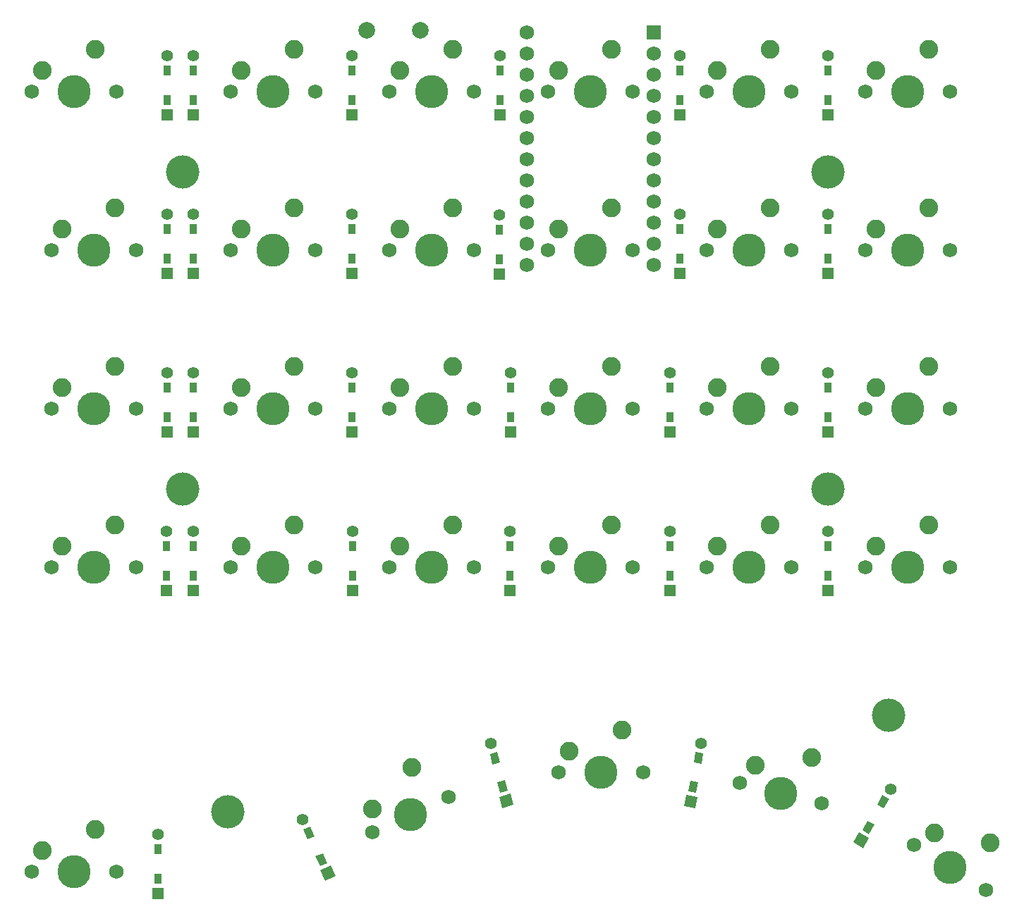
<source format=gbs>
%TF.GenerationSoftware,KiCad,Pcbnew,5.1.10-88a1d61d58~90~ubuntu20.04.1*%
%TF.CreationDate,2021-08-25T16:01:02+02:00*%
%TF.ProjectId,knuckle-pad,6b6e7563-6b6c-4652-9d70-61642e6b6963,rev?*%
%TF.SameCoordinates,Original*%
%TF.FileFunction,Soldermask,Bot*%
%TF.FilePolarity,Negative*%
%FSLAX46Y46*%
G04 Gerber Fmt 4.6, Leading zero omitted, Abs format (unit mm)*
G04 Created by KiCad (PCBNEW 5.1.10-88a1d61d58~90~ubuntu20.04.1) date 2021-08-25 16:01:02*
%MOMM*%
%LPD*%
G01*
G04 APERTURE LIST*
%ADD10C,2.250000*%
%ADD11C,3.987800*%
%ADD12C,1.750000*%
%ADD13C,4.000000*%
%ADD14C,1.752600*%
%ADD15R,1.752600X1.752600*%
%ADD16C,2.000000*%
%ADD17C,0.100000*%
%ADD18C,1.397000*%
%ADD19R,0.950000X1.300000*%
%ADD20R,1.397000X1.397000*%
G04 APERTURE END LIST*
D10*
%TO.C,SW29*%
X200934032Y-133689911D03*
D11*
X196088000Y-136652000D03*
D10*
X194202932Y-132478965D03*
D12*
X191779916Y-133960010D03*
X200396084Y-139343990D03*
%TD*%
D10*
%TO.C,SW28*%
X193548000Y-95504000D03*
D11*
X191008000Y-100584000D03*
D10*
X187198000Y-98044000D03*
D12*
X185928000Y-100584000D03*
X196088000Y-100584000D03*
%TD*%
D10*
%TO.C,SW27*%
X193548000Y-76454000D03*
D11*
X191008000Y-81534000D03*
D10*
X187198000Y-78994000D03*
D12*
X185928000Y-81534000D03*
X196088000Y-81534000D03*
%TD*%
D10*
%TO.C,SW26*%
X193548000Y-57404000D03*
D11*
X191008000Y-62484000D03*
D10*
X187198000Y-59944000D03*
D12*
X185928000Y-62484000D03*
X196088000Y-62484000D03*
%TD*%
D10*
%TO.C,SW25*%
X193548000Y-38354000D03*
D11*
X191008000Y-43434000D03*
D10*
X187198000Y-40894000D03*
D12*
X185928000Y-43434000D03*
X196088000Y-43434000D03*
%TD*%
D10*
%TO.C,SW24*%
X179461514Y-123447379D03*
D11*
X175768000Y-127762000D03*
D10*
X172685655Y-124375726D03*
D12*
X170838898Y-126533037D03*
X180697102Y-128990963D03*
%TD*%
D10*
%TO.C,SW23*%
X174498000Y-95504000D03*
D11*
X171958000Y-100584000D03*
D10*
X168148000Y-98044000D03*
D12*
X166878000Y-100584000D03*
X177038000Y-100584000D03*
%TD*%
D10*
%TO.C,SW22*%
X174498000Y-76454000D03*
D11*
X171958000Y-81534000D03*
D10*
X168148000Y-78994000D03*
D12*
X166878000Y-81534000D03*
X177038000Y-81534000D03*
%TD*%
D10*
%TO.C,SW21*%
X174498000Y-57404000D03*
D11*
X171958000Y-62484000D03*
D10*
X168148000Y-59944000D03*
D12*
X166878000Y-62484000D03*
X177038000Y-62484000D03*
%TD*%
D10*
%TO.C,SW20*%
X174498000Y-38354000D03*
D11*
X171958000Y-43434000D03*
D10*
X168148000Y-40894000D03*
D12*
X166878000Y-43434000D03*
X177038000Y-43434000D03*
%TD*%
D10*
%TO.C,SW19*%
X156718000Y-120142000D03*
D11*
X154178000Y-125222000D03*
D10*
X150368000Y-122682000D03*
D12*
X149098000Y-125222000D03*
X159258000Y-125222000D03*
%TD*%
D10*
%TO.C,SW18*%
X155448000Y-95504000D03*
D11*
X152908000Y-100584000D03*
D10*
X149098000Y-98044000D03*
D12*
X147828000Y-100584000D03*
X157988000Y-100584000D03*
%TD*%
D10*
%TO.C,SW17*%
X155448000Y-76454000D03*
D11*
X152908000Y-81534000D03*
D10*
X149098000Y-78994000D03*
D12*
X147828000Y-81534000D03*
X157988000Y-81534000D03*
%TD*%
D10*
%TO.C,SW16*%
X155448000Y-57404000D03*
D11*
X152908000Y-62484000D03*
D10*
X149098000Y-59944000D03*
D12*
X147828000Y-62484000D03*
X157988000Y-62484000D03*
%TD*%
D10*
%TO.C,SW15*%
X155448000Y-38354000D03*
D11*
X152908000Y-43434000D03*
D10*
X149098000Y-40894000D03*
D12*
X147828000Y-43434000D03*
X157988000Y-43434000D03*
%TD*%
D10*
%TO.C,SW14*%
X131473121Y-124624506D03*
D11*
X131318000Y-130302000D03*
D10*
X126791517Y-129610154D03*
D12*
X126713956Y-132448901D03*
X135922044Y-128155099D03*
%TD*%
D10*
%TO.C,SW13*%
X136398000Y-95504000D03*
D11*
X133858000Y-100584000D03*
D10*
X130048000Y-98044000D03*
D12*
X128778000Y-100584000D03*
X138938000Y-100584000D03*
%TD*%
D10*
%TO.C,SW12*%
X136398000Y-76454000D03*
D11*
X133858000Y-81534000D03*
D10*
X130048000Y-78994000D03*
D12*
X128778000Y-81534000D03*
X138938000Y-81534000D03*
%TD*%
D10*
%TO.C,SW11*%
X136398000Y-57404000D03*
D11*
X133858000Y-62484000D03*
D10*
X130048000Y-59944000D03*
D12*
X128778000Y-62484000D03*
X138938000Y-62484000D03*
%TD*%
D10*
%TO.C,SW10*%
X136398000Y-38354000D03*
D11*
X133858000Y-43434000D03*
D10*
X130048000Y-40894000D03*
D12*
X128778000Y-43434000D03*
X138938000Y-43434000D03*
%TD*%
D10*
%TO.C,SW9*%
X117348000Y-95504000D03*
D11*
X114808000Y-100584000D03*
D10*
X110998000Y-98044000D03*
D12*
X109728000Y-100584000D03*
X119888000Y-100584000D03*
%TD*%
D10*
%TO.C,SW8*%
X117348000Y-76454000D03*
D11*
X114808000Y-81534000D03*
D10*
X110998000Y-78994000D03*
D12*
X109728000Y-81534000D03*
X119888000Y-81534000D03*
%TD*%
D10*
%TO.C,SW7*%
X117348000Y-57404000D03*
D11*
X114808000Y-62484000D03*
D10*
X110998000Y-59944000D03*
D12*
X109728000Y-62484000D03*
X119888000Y-62484000D03*
%TD*%
D10*
%TO.C,SW6*%
X117348000Y-38354000D03*
D11*
X114808000Y-43434000D03*
D10*
X110998000Y-40894000D03*
D12*
X109728000Y-43434000D03*
X119888000Y-43434000D03*
%TD*%
D10*
%TO.C,SW5*%
X93472000Y-132080000D03*
D11*
X90932000Y-137160000D03*
D10*
X87122000Y-134620000D03*
D12*
X85852000Y-137160000D03*
X96012000Y-137160000D03*
%TD*%
D10*
%TO.C,SW4*%
X95885000Y-95504000D03*
D11*
X93345000Y-100584000D03*
D10*
X89535000Y-98044000D03*
D12*
X88265000Y-100584000D03*
X98425000Y-100584000D03*
%TD*%
D10*
%TO.C,SW3*%
X95885000Y-76454000D03*
D11*
X93345000Y-81534000D03*
D10*
X89535000Y-78994000D03*
D12*
X88265000Y-81534000D03*
X98425000Y-81534000D03*
%TD*%
D10*
%TO.C,SW2*%
X95885000Y-57404000D03*
D11*
X93345000Y-62484000D03*
D10*
X89535000Y-59944000D03*
D12*
X88265000Y-62484000D03*
X98425000Y-62484000D03*
%TD*%
D10*
%TO.C,SW1*%
X93497400Y-38354000D03*
D11*
X90957400Y-43434000D03*
D10*
X87147400Y-40894000D03*
D12*
X85877400Y-43434000D03*
X96037400Y-43434000D03*
%TD*%
D13*
%TO.C,H6*%
X188722000Y-118364000D03*
%TD*%
D14*
%TO.C,U1*%
X145288000Y-36322000D03*
X160528000Y-64262000D03*
X145288000Y-38862000D03*
X145288000Y-41402000D03*
X145288000Y-43942000D03*
X145288000Y-46482000D03*
X145288000Y-49022000D03*
X145288000Y-51562000D03*
X145288000Y-54102000D03*
X145288000Y-56642000D03*
X145288000Y-59182000D03*
X145288000Y-61722000D03*
X145288000Y-64262000D03*
X160528000Y-61722000D03*
X160528000Y-59182000D03*
X160528000Y-56642000D03*
X160528000Y-54102000D03*
X160528000Y-51562000D03*
X160528000Y-49022000D03*
X160528000Y-46482000D03*
X160528000Y-43942000D03*
X160528000Y-41402000D03*
X160528000Y-38862000D03*
D15*
X160528000Y-36322000D03*
%TD*%
D16*
%TO.C,RST1*%
X126036000Y-36068000D03*
X132536000Y-36068000D03*
%TD*%
D13*
%TO.C,H5*%
X181483000Y-53086000D03*
%TD*%
%TO.C,H4*%
X103949500Y-91186000D03*
%TD*%
%TO.C,H3*%
X109435900Y-129984500D03*
%TD*%
%TO.C,H2*%
X103949500Y-53086000D03*
%TD*%
%TO.C,H1*%
X181483000Y-91186000D03*
%TD*%
D17*
%TO.C,D29*%
G36*
X186396862Y-132639612D02*
G01*
X185574138Y-132164612D01*
X186224138Y-131038778D01*
X187046862Y-131513778D01*
X186396862Y-132639612D01*
G37*
G36*
X185678669Y-134330559D02*
G01*
X184468831Y-133632059D01*
X185167331Y-132422221D01*
X186377169Y-133120721D01*
X185678669Y-134330559D01*
G37*
D18*
X188973000Y-127227610D03*
D17*
G36*
X188171862Y-129565222D02*
G01*
X187349138Y-129090222D01*
X187999138Y-127964388D01*
X188821862Y-128439388D01*
X188171862Y-129565222D01*
G37*
%TD*%
D19*
%TO.C,D28*%
X181432200Y-101597000D03*
D20*
X181432200Y-103372000D03*
D18*
X181432200Y-96272000D03*
D19*
X181432200Y-98047000D03*
%TD*%
%TO.C,D27*%
X181483000Y-82553000D03*
D20*
X181483000Y-84328000D03*
D18*
X181483000Y-77228000D03*
D19*
X181483000Y-79003000D03*
%TD*%
%TO.C,D26*%
X181483000Y-63497000D03*
D20*
X181483000Y-65272000D03*
D18*
X181483000Y-58172000D03*
D19*
X181483000Y-59947000D03*
%TD*%
%TO.C,D25*%
X181483000Y-44447000D03*
D20*
X181483000Y-46222000D03*
D18*
X181483000Y-39122000D03*
D19*
X181483000Y-40897000D03*
%TD*%
D17*
%TO.C,D24*%
G36*
X165654686Y-127692642D02*
G01*
X164719119Y-127527676D01*
X164944862Y-126247426D01*
X165880429Y-126412392D01*
X165654686Y-127692642D01*
G37*
G36*
X165558144Y-129527249D02*
G01*
X164182368Y-129284663D01*
X164424954Y-127908887D01*
X165800730Y-128151473D01*
X165558144Y-129527249D01*
G37*
D18*
X166224451Y-121725932D03*
D17*
G36*
X166271138Y-124196574D02*
G01*
X165335571Y-124031608D01*
X165561314Y-122751358D01*
X166496881Y-122916324D01*
X166271138Y-124196574D01*
G37*
%TD*%
D19*
%TO.C,D23*%
X162509200Y-101600000D03*
D20*
X162509200Y-103375000D03*
D18*
X162509200Y-96275000D03*
D19*
X162509200Y-98050000D03*
%TD*%
%TO.C,D22*%
X162509200Y-82553000D03*
D20*
X162509200Y-84328000D03*
D18*
X162509200Y-77228000D03*
D19*
X162509200Y-79003000D03*
%TD*%
%TO.C,D21*%
X163639500Y-63497000D03*
D20*
X163639500Y-65272000D03*
D18*
X163639500Y-58172000D03*
D19*
X163639500Y-59947000D03*
%TD*%
%TO.C,D20*%
X163703000Y-44447000D03*
D20*
X163703000Y-46222000D03*
D18*
X163703000Y-39122000D03*
D19*
X163703000Y-40897000D03*
%TD*%
D17*
%TO.C,D19*%
G36*
X143023855Y-127441431D02*
G01*
X142106226Y-127687309D01*
X141769761Y-126431605D01*
X142687390Y-126185727D01*
X143023855Y-127441431D01*
G37*
G36*
X143711696Y-129144951D02*
G01*
X142362298Y-129506521D01*
X142000728Y-128157123D01*
X143350126Y-127795553D01*
X143711696Y-129144951D01*
G37*
D18*
X141018596Y-121792963D03*
D17*
G36*
X142105047Y-124012395D02*
G01*
X141187418Y-124258273D01*
X140850953Y-123002569D01*
X141768582Y-122756691D01*
X142105047Y-124012395D01*
G37*
%TD*%
D19*
%TO.C,D18*%
X143256000Y-101600000D03*
D20*
X143256000Y-103375000D03*
D18*
X143256000Y-96275000D03*
D19*
X143256000Y-98050000D03*
%TD*%
%TO.C,D17*%
X143383000Y-82553000D03*
D20*
X143383000Y-84328000D03*
D18*
X143383000Y-77228000D03*
D19*
X143383000Y-79003000D03*
%TD*%
%TO.C,D16*%
X141986000Y-63560500D03*
D20*
X141986000Y-65335500D03*
D18*
X141986000Y-58235500D03*
D19*
X141986000Y-60010500D03*
%TD*%
%TO.C,D15*%
X142036800Y-44424600D03*
D20*
X142036800Y-46199600D03*
D18*
X142036800Y-39099600D03*
D19*
X142036800Y-40874600D03*
%TD*%
D17*
%TO.C,D14*%
G36*
X121343345Y-136109052D02*
G01*
X120482353Y-136510540D01*
X119932949Y-135332340D01*
X120793941Y-134930852D01*
X121343345Y-136109052D01*
G37*
G36*
X122316550Y-137667250D02*
G01*
X121050438Y-138257648D01*
X120460040Y-136991536D01*
X121726152Y-136401138D01*
X122316550Y-137667250D01*
G37*
D18*
X118387705Y-130894607D03*
D17*
G36*
X119843051Y-132891660D02*
G01*
X118982059Y-133293148D01*
X118432655Y-132114948D01*
X119293647Y-131713460D01*
X119843051Y-132891660D01*
G37*
%TD*%
D19*
%TO.C,D13*%
X124358400Y-101597000D03*
D20*
X124358400Y-103372000D03*
D18*
X124358400Y-96272000D03*
D19*
X124358400Y-98047000D03*
%TD*%
%TO.C,D12*%
X124333000Y-82553000D03*
D20*
X124333000Y-84328000D03*
D18*
X124333000Y-77228000D03*
D19*
X124333000Y-79003000D03*
%TD*%
%TO.C,D11*%
X124333000Y-63497000D03*
D20*
X124333000Y-65272000D03*
D18*
X124333000Y-58172000D03*
D19*
X124333000Y-59947000D03*
%TD*%
%TO.C,D10*%
X124307600Y-44447000D03*
D20*
X124307600Y-46222000D03*
D18*
X124307600Y-39122000D03*
D19*
X124307600Y-40897000D03*
%TD*%
%TO.C,D9*%
X105219500Y-101603000D03*
D20*
X105219500Y-103378000D03*
D18*
X105219500Y-96278000D03*
D19*
X105219500Y-98053000D03*
%TD*%
%TO.C,D8*%
X105283000Y-82553000D03*
D20*
X105283000Y-84328000D03*
D18*
X105283000Y-77228000D03*
D19*
X105283000Y-79003000D03*
%TD*%
%TO.C,D7*%
X105219500Y-63497000D03*
D20*
X105219500Y-65272000D03*
D18*
X105219500Y-58172000D03*
D19*
X105219500Y-59947000D03*
%TD*%
%TO.C,D6*%
X105257600Y-44447000D03*
D20*
X105257600Y-46222000D03*
D18*
X105257600Y-39122000D03*
D19*
X105257600Y-40897000D03*
%TD*%
%TO.C,D5*%
X101028500Y-137982500D03*
D20*
X101028500Y-139757500D03*
D18*
X101028500Y-132657500D03*
D19*
X101028500Y-134432500D03*
%TD*%
%TO.C,D4*%
X102031800Y-101597000D03*
D20*
X102031800Y-103372000D03*
D18*
X102031800Y-96272000D03*
D19*
X102031800Y-98047000D03*
%TD*%
%TO.C,D3*%
X102082600Y-82547000D03*
D20*
X102082600Y-84322000D03*
D18*
X102082600Y-77222000D03*
D19*
X102082600Y-78997000D03*
%TD*%
%TO.C,D2*%
X102108000Y-63497000D03*
D20*
X102108000Y-65272000D03*
D18*
X102108000Y-58172000D03*
D19*
X102108000Y-59947000D03*
%TD*%
%TO.C,D1*%
X102108000Y-40897000D03*
D18*
X102108000Y-39122000D03*
D20*
X102108000Y-46222000D03*
D19*
X102108000Y-44447000D03*
%TD*%
M02*

</source>
